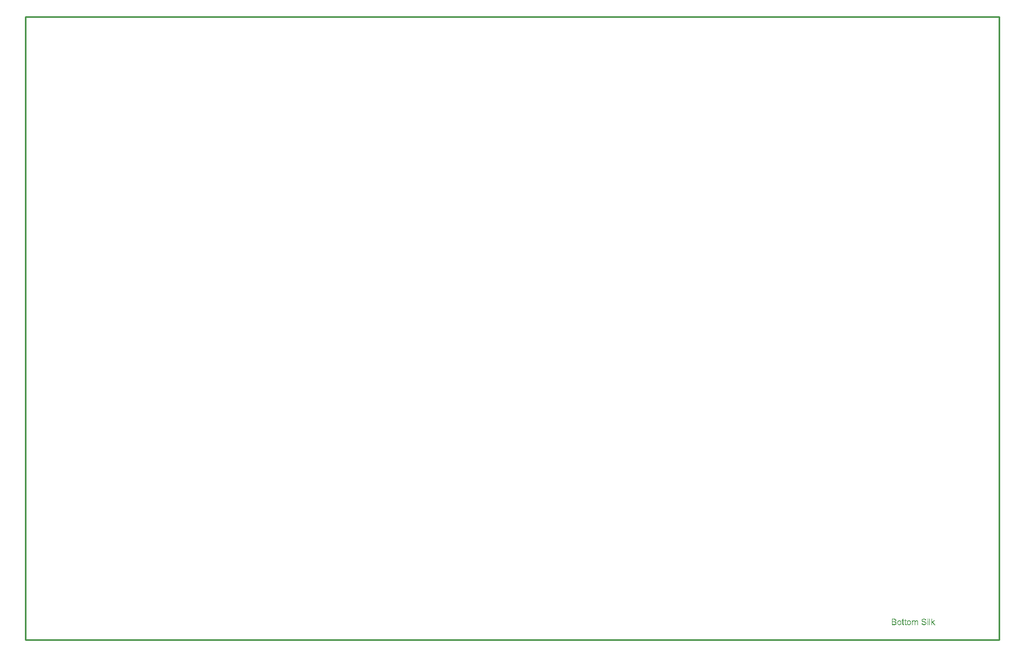
<source format=gbo>
G04*
G04 #@! TF.GenerationSoftware,Altium Limited,Altium Designer,19.1.8 (144)*
G04*
G04 Layer_Color=32896*
%FSLAX25Y25*%
%MOIN*%
G70*
G01*
G75*
%ADD10C,0.01000*%
G36*
X656451Y128294D02*
X655980D01*
Y128834D01*
X656451D01*
Y128294D01*
D02*
G37*
G36*
X653861Y128897D02*
X653897D01*
X653941Y128892D01*
X653988Y128889D01*
X654044Y128884D01*
X654099Y128875D01*
X654160Y128867D01*
X654285Y128842D01*
X654351Y128825D01*
X654415Y128809D01*
X654479Y128787D01*
X654539Y128762D01*
X654542Y128759D01*
X654553Y128756D01*
X654570Y128748D01*
X654592Y128737D01*
X654620Y128723D01*
X654650Y128703D01*
X654686Y128684D01*
X654722Y128659D01*
X654764Y128634D01*
X654803Y128604D01*
X654844Y128570D01*
X654886Y128534D01*
X654927Y128496D01*
X654966Y128451D01*
X655005Y128407D01*
X655038Y128357D01*
X655041Y128355D01*
X655047Y128346D01*
X655055Y128330D01*
X655066Y128310D01*
X655080Y128285D01*
X655096Y128255D01*
X655110Y128221D01*
X655130Y128183D01*
X655146Y128141D01*
X655163Y128094D01*
X655179Y128044D01*
X655193Y127992D01*
X655207Y127936D01*
X655218Y127878D01*
X655224Y127817D01*
X655229Y127756D01*
X654742Y127720D01*
Y127726D01*
X654739Y127737D01*
X654736Y127756D01*
X654731Y127781D01*
X654725Y127809D01*
X654717Y127845D01*
X654706Y127884D01*
X654692Y127925D01*
X654678Y127969D01*
X654659Y128014D01*
X654636Y128058D01*
X654612Y128105D01*
X654584Y128149D01*
X654551Y128191D01*
X654515Y128233D01*
X654476Y128269D01*
X654473Y128271D01*
X654465Y128277D01*
X654454Y128285D01*
X654434Y128299D01*
X654409Y128313D01*
X654382Y128327D01*
X654348Y128343D01*
X654310Y128363D01*
X654265Y128379D01*
X654215Y128396D01*
X654160Y128410D01*
X654102Y128427D01*
X654035Y128438D01*
X653966Y128446D01*
X653891Y128451D01*
X653811Y128454D01*
X653767D01*
X653736Y128451D01*
X653697Y128449D01*
X653656Y128446D01*
X653606Y128440D01*
X653556Y128432D01*
X653445Y128413D01*
X653390Y128399D01*
X653335Y128382D01*
X653282Y128363D01*
X653229Y128341D01*
X653182Y128316D01*
X653141Y128285D01*
X653138Y128282D01*
X653132Y128277D01*
X653121Y128269D01*
X653108Y128255D01*
X653094Y128238D01*
X653074Y128219D01*
X653058Y128197D01*
X653038Y128172D01*
X653019Y128144D01*
X652999Y128111D01*
X652966Y128042D01*
X652952Y128005D01*
X652941Y127964D01*
X652936Y127922D01*
X652933Y127878D01*
Y127875D01*
Y127870D01*
Y127859D01*
X652936Y127845D01*
X652939Y127825D01*
X652941Y127806D01*
X652952Y127759D01*
X652969Y127703D01*
X652994Y127648D01*
X653011Y127618D01*
X653033Y127590D01*
X653055Y127562D01*
X653080Y127537D01*
X653083Y127534D01*
X653088Y127532D01*
X653096Y127524D01*
X653113Y127515D01*
X653132Y127501D01*
X653160Y127488D01*
X653191Y127471D01*
X653229Y127451D01*
X653276Y127432D01*
X653329Y127410D01*
X653393Y127388D01*
X653462Y127363D01*
X653542Y127338D01*
X653631Y127313D01*
X653731Y127288D01*
X653841Y127260D01*
X653844D01*
X653850Y127258D01*
X653858D01*
X653869Y127255D01*
X653883Y127252D01*
X653900Y127246D01*
X653941Y127238D01*
X653991Y127224D01*
X654049Y127210D01*
X654113Y127197D01*
X654179Y127177D01*
X654321Y127141D01*
X654390Y127122D01*
X654459Y127100D01*
X654526Y127080D01*
X654587Y127058D01*
X654642Y127039D01*
X654689Y127019D01*
X654692Y127017D01*
X654703Y127011D01*
X654722Y127003D01*
X654744Y126992D01*
X654772Y126975D01*
X654803Y126958D01*
X654839Y126936D01*
X654878Y126911D01*
X654916Y126886D01*
X654958Y126856D01*
X655041Y126789D01*
X655119Y126712D01*
X655152Y126670D01*
X655185Y126626D01*
X655188Y126623D01*
X655193Y126615D01*
X655199Y126601D01*
X655210Y126584D01*
X655221Y126562D01*
X655235Y126535D01*
X655251Y126504D01*
X655265Y126471D01*
X655279Y126432D01*
X655296Y126391D01*
X655310Y126346D01*
X655321Y126296D01*
X655332Y126247D01*
X655340Y126194D01*
X655343Y126141D01*
X655346Y126083D01*
Y126080D01*
Y126069D01*
Y126053D01*
X655343Y126030D01*
X655340Y126003D01*
X655337Y125972D01*
X655332Y125936D01*
X655324Y125895D01*
X655315Y125853D01*
X655301Y125806D01*
X655287Y125759D01*
X655271Y125709D01*
X655251Y125659D01*
X655227Y125607D01*
X655199Y125557D01*
X655168Y125504D01*
X655166Y125501D01*
X655160Y125493D01*
X655149Y125479D01*
X655135Y125460D01*
X655119Y125438D01*
X655096Y125410D01*
X655071Y125382D01*
X655041Y125352D01*
X655008Y125319D01*
X654969Y125285D01*
X654927Y125249D01*
X654883Y125213D01*
X654836Y125180D01*
X654783Y125147D01*
X654728Y125116D01*
X654667Y125086D01*
X654664Y125083D01*
X654653Y125080D01*
X654634Y125072D01*
X654609Y125064D01*
X654578Y125053D01*
X654542Y125039D01*
X654501Y125025D01*
X654454Y125011D01*
X654401Y124997D01*
X654343Y124983D01*
X654282Y124972D01*
X654218Y124958D01*
X654152Y124950D01*
X654080Y124942D01*
X654005Y124939D01*
X653930Y124936D01*
X653880D01*
X653844Y124939D01*
X653800Y124942D01*
X653747Y124945D01*
X653689Y124950D01*
X653625Y124956D01*
X653559Y124964D01*
X653490Y124972D01*
X653343Y125000D01*
X653268Y125017D01*
X653196Y125036D01*
X653124Y125061D01*
X653058Y125086D01*
X653055Y125089D01*
X653041Y125094D01*
X653024Y125102D01*
X652999Y125114D01*
X652969Y125130D01*
X652936Y125150D01*
X652897Y125174D01*
X652858Y125199D01*
X652814Y125230D01*
X652770Y125263D01*
X652722Y125302D01*
X652678Y125344D01*
X652631Y125388D01*
X652587Y125435D01*
X652545Y125487D01*
X652506Y125543D01*
X652504Y125546D01*
X652498Y125557D01*
X652487Y125573D01*
X652476Y125596D01*
X652459Y125626D01*
X652443Y125659D01*
X652423Y125698D01*
X652407Y125742D01*
X652387Y125792D01*
X652368Y125845D01*
X652351Y125903D01*
X652335Y125961D01*
X652321Y126025D01*
X652310Y126091D01*
X652301Y126161D01*
X652299Y126233D01*
X652778Y126274D01*
Y126271D01*
X652781Y126260D01*
Y126247D01*
X652786Y126227D01*
X652789Y126202D01*
X652794Y126172D01*
X652803Y126141D01*
X652811Y126105D01*
X652831Y126030D01*
X652858Y125950D01*
X652891Y125873D01*
X652933Y125798D01*
X652936Y125795D01*
X652939Y125789D01*
X652947Y125781D01*
X652958Y125767D01*
X652969Y125751D01*
X652986Y125734D01*
X653005Y125715D01*
X653027Y125692D01*
X653052Y125670D01*
X653083Y125645D01*
X653113Y125620D01*
X653149Y125596D01*
X653185Y125571D01*
X653227Y125546D01*
X653271Y125523D01*
X653318Y125501D01*
X653321D01*
X653329Y125496D01*
X653346Y125490D01*
X653365Y125485D01*
X653390Y125476D01*
X653418Y125465D01*
X653454Y125454D01*
X653490Y125446D01*
X653531Y125435D01*
X653578Y125424D01*
X653625Y125416D01*
X653678Y125404D01*
X653789Y125393D01*
X653908Y125388D01*
X653936D01*
X653958Y125391D01*
X653983D01*
X654010Y125393D01*
X654044Y125396D01*
X654080Y125399D01*
X654160Y125410D01*
X654246Y125424D01*
X654332Y125446D01*
X654418Y125474D01*
X654420D01*
X654429Y125476D01*
X654440Y125482D01*
X654454Y125490D01*
X654473Y125499D01*
X654493Y125510D01*
X654542Y125535D01*
X654595Y125568D01*
X654650Y125609D01*
X654703Y125656D01*
X654747Y125709D01*
Y125712D01*
X654753Y125717D01*
X654758Y125726D01*
X654764Y125737D01*
X654772Y125751D01*
X654783Y125767D01*
X654803Y125809D01*
X654822Y125856D01*
X654842Y125911D01*
X654853Y125975D01*
X654858Y126039D01*
Y126041D01*
Y126047D01*
Y126055D01*
X654855Y126069D01*
Y126086D01*
X654853Y126102D01*
X654844Y126147D01*
X654833Y126194D01*
X654814Y126247D01*
X654786Y126299D01*
X654750Y126352D01*
Y126355D01*
X654744Y126357D01*
X654731Y126374D01*
X654703Y126399D01*
X654686Y126416D01*
X654667Y126432D01*
X654645Y126449D01*
X654620Y126468D01*
X654592Y126488D01*
X654559Y126507D01*
X654526Y126526D01*
X654487Y126546D01*
X654448Y126562D01*
X654404Y126582D01*
X654401D01*
X654395Y126584D01*
X654387Y126587D01*
X654371Y126593D01*
X654351Y126598D01*
X654329Y126607D01*
X654299Y126615D01*
X654263Y126626D01*
X654218Y126640D01*
X654171Y126654D01*
X654116Y126667D01*
X654052Y126684D01*
X653983Y126704D01*
X653902Y126723D01*
X653817Y126745D01*
X653722Y126767D01*
X653720D01*
X653717Y126770D01*
X653709D01*
X653700Y126773D01*
X653673Y126781D01*
X653637Y126789D01*
X653595Y126801D01*
X653545Y126814D01*
X653490Y126828D01*
X653434Y126845D01*
X653312Y126881D01*
X653191Y126922D01*
X653132Y126944D01*
X653077Y126967D01*
X653030Y126986D01*
X652986Y127008D01*
X652983Y127011D01*
X652975Y127014D01*
X652961Y127022D01*
X652941Y127033D01*
X652919Y127047D01*
X652891Y127066D01*
X652864Y127086D01*
X652831Y127108D01*
X652764Y127158D01*
X652698Y127219D01*
X652631Y127288D01*
X652603Y127327D01*
X652576Y127366D01*
X652573Y127368D01*
X652570Y127377D01*
X652564Y127388D01*
X652556Y127404D01*
X652545Y127424D01*
X652534Y127446D01*
X652523Y127474D01*
X652509Y127504D01*
X652498Y127540D01*
X652484Y127576D01*
X652465Y127656D01*
X652448Y127745D01*
X652445Y127792D01*
X652443Y127842D01*
Y127845D01*
Y127856D01*
Y127870D01*
X652445Y127892D01*
X652448Y127917D01*
X652451Y127947D01*
X652457Y127980D01*
X652462Y128019D01*
X652473Y128061D01*
X652481Y128102D01*
X652495Y128147D01*
X652512Y128194D01*
X652531Y128241D01*
X652554Y128288D01*
X652578Y128338D01*
X652606Y128385D01*
X652609Y128388D01*
X652614Y128396D01*
X652623Y128410D01*
X652637Y128427D01*
X652653Y128449D01*
X652675Y128471D01*
X652700Y128498D01*
X652728Y128526D01*
X652758Y128557D01*
X652794Y128590D01*
X652833Y128620D01*
X652878Y128654D01*
X652925Y128684D01*
X652975Y128715D01*
X653027Y128742D01*
X653085Y128767D01*
X653088Y128770D01*
X653099Y128773D01*
X653116Y128778D01*
X653141Y128789D01*
X653171Y128798D01*
X653204Y128809D01*
X653246Y128823D01*
X653293Y128834D01*
X653343Y128848D01*
X653396Y128859D01*
X653454Y128870D01*
X653515Y128881D01*
X653581Y128889D01*
X653648Y128895D01*
X653717Y128897D01*
X653789Y128900D01*
X653830D01*
X653861Y128897D01*
D02*
G37*
G36*
X649407Y127837D02*
X649437D01*
X649470Y127831D01*
X649509Y127828D01*
X649553Y127820D01*
X649603Y127812D01*
X649653Y127798D01*
X649703Y127784D01*
X649756Y127764D01*
X649811Y127742D01*
X649861Y127717D01*
X649911Y127684D01*
X649958Y127651D01*
X650002Y127609D01*
X650005Y127607D01*
X650013Y127598D01*
X650024Y127584D01*
X650038Y127565D01*
X650055Y127543D01*
X650074Y127512D01*
X650094Y127476D01*
X650116Y127435D01*
X650135Y127388D01*
X650155Y127338D01*
X650174Y127280D01*
X650191Y127216D01*
X650207Y127147D01*
X650218Y127072D01*
X650224Y126992D01*
X650227Y126906D01*
Y125000D01*
X649756D01*
Y126748D01*
Y126751D01*
Y126762D01*
Y126776D01*
Y126795D01*
Y126817D01*
X649753Y126845D01*
X649750Y126906D01*
X649745Y126972D01*
X649736Y127039D01*
X649725Y127102D01*
X649717Y127130D01*
X649709Y127155D01*
Y127158D01*
X649706Y127161D01*
X649700Y127174D01*
X649689Y127199D01*
X649673Y127227D01*
X649648Y127258D01*
X649620Y127291D01*
X649584Y127324D01*
X649543Y127355D01*
X649537Y127357D01*
X649520Y127366D01*
X649495Y127379D01*
X649462Y127393D01*
X649421Y127407D01*
X649373Y127421D01*
X649318Y127429D01*
X649260Y127432D01*
X649232D01*
X649213Y127429D01*
X649188Y127427D01*
X649157Y127421D01*
X649124Y127415D01*
X649091Y127407D01*
X649052Y127396D01*
X649013Y127385D01*
X648975Y127368D01*
X648933Y127349D01*
X648891Y127327D01*
X648853Y127299D01*
X648814Y127271D01*
X648775Y127235D01*
X648772Y127233D01*
X648767Y127227D01*
X648759Y127216D01*
X648745Y127199D01*
X648731Y127177D01*
X648714Y127152D01*
X648698Y127122D01*
X648678Y127086D01*
X648662Y127044D01*
X648642Y126997D01*
X648626Y126947D01*
X648612Y126892D01*
X648598Y126828D01*
X648590Y126762D01*
X648584Y126690D01*
X648581Y126612D01*
Y125000D01*
X648110D01*
Y126803D01*
Y126806D01*
Y126817D01*
Y126834D01*
X648108Y126856D01*
Y126881D01*
X648105Y126911D01*
X648102Y126944D01*
X648097Y126980D01*
X648083Y127055D01*
X648061Y127133D01*
X648033Y127208D01*
X648013Y127244D01*
X647994Y127274D01*
Y127277D01*
X647989Y127280D01*
X647983Y127288D01*
X647972Y127299D01*
X647961Y127310D01*
X647944Y127324D01*
X647925Y127338D01*
X647905Y127355D01*
X647881Y127368D01*
X647853Y127382D01*
X647822Y127396D01*
X647786Y127407D01*
X647750Y127418D01*
X647709Y127427D01*
X647664Y127429D01*
X647617Y127432D01*
X647598D01*
X647584Y127429D01*
X647568D01*
X647545Y127427D01*
X647498Y127418D01*
X647443Y127407D01*
X647379Y127388D01*
X647315Y127363D01*
X647252Y127327D01*
X647249D01*
X647243Y127321D01*
X647235Y127316D01*
X647224Y127307D01*
X647193Y127283D01*
X647157Y127249D01*
X647116Y127205D01*
X647077Y127152D01*
X647038Y127091D01*
X647005Y127019D01*
Y127017D01*
X647002Y127011D01*
X647000Y126997D01*
X646994Y126983D01*
X646988Y126961D01*
X646980Y126936D01*
X646975Y126906D01*
X646969Y126873D01*
X646961Y126834D01*
X646955Y126789D01*
X646947Y126742D01*
X646941Y126690D01*
X646939Y126634D01*
X646933Y126573D01*
X646930Y126510D01*
Y126440D01*
Y125000D01*
X646459D01*
Y127778D01*
X646880D01*
Y127385D01*
X646883Y127388D01*
X646886Y127393D01*
X646894Y127404D01*
X646905Y127418D01*
X646916Y127438D01*
X646933Y127457D01*
X646972Y127504D01*
X647022Y127557D01*
X647083Y127609D01*
X647149Y127665D01*
X647227Y127715D01*
X647229Y127717D01*
X647238Y127720D01*
X647249Y127726D01*
X647265Y127734D01*
X647285Y127742D01*
X647310Y127753D01*
X647340Y127764D01*
X647371Y127778D01*
X647407Y127789D01*
X647443Y127801D01*
X647484Y127812D01*
X647529Y127820D01*
X647623Y127834D01*
X647673Y127839D01*
X647753D01*
X647775Y127837D01*
X647800D01*
X647831Y127834D01*
X647867Y127828D01*
X647903Y127823D01*
X647983Y127809D01*
X648066Y127784D01*
X648152Y127753D01*
X648191Y127731D01*
X648230Y127709D01*
X648232Y127706D01*
X648238Y127703D01*
X648249Y127695D01*
X648263Y127687D01*
X648277Y127673D01*
X648296Y127656D01*
X648338Y127618D01*
X648385Y127565D01*
X648429Y127504D01*
X648470Y127432D01*
X648506Y127352D01*
Y127355D01*
X648509Y127357D01*
X648523Y127374D01*
X648540Y127396D01*
X648567Y127429D01*
X648601Y127465D01*
X648639Y127507D01*
X648687Y127551D01*
X648739Y127595D01*
X648797Y127640D01*
X648864Y127684D01*
X648933Y127726D01*
X649011Y127764D01*
X649091Y127795D01*
X649180Y127817D01*
X649271Y127834D01*
X649318Y127839D01*
X649387D01*
X649407Y127837D01*
D02*
G37*
G36*
X658827Y126645D02*
X659941Y127778D01*
X660550D01*
X659489Y126745D01*
X660659Y125000D01*
X660077D01*
X659157Y126421D01*
X658827Y126100D01*
Y125000D01*
X658357D01*
Y128834D01*
X658827D01*
Y126645D01*
D02*
G37*
G36*
X657628Y125000D02*
X657157D01*
Y128834D01*
X657628D01*
Y125000D01*
D02*
G37*
G36*
X656451D02*
X655980D01*
Y127778D01*
X656451D01*
Y125000D01*
D02*
G37*
G36*
X635507Y128831D02*
X635546D01*
X635587Y128828D01*
X635637Y128823D01*
X635687Y128820D01*
X635742Y128812D01*
X635801Y128806D01*
X635917Y128784D01*
X636033Y128753D01*
X636089Y128737D01*
X636138Y128715D01*
X636141D01*
X636150Y128709D01*
X636163Y128703D01*
X636183Y128692D01*
X636205Y128681D01*
X636230Y128665D01*
X636260Y128648D01*
X636291Y128626D01*
X636324Y128604D01*
X636357Y128576D01*
X636390Y128548D01*
X636426Y128515D01*
X636460Y128479D01*
X636493Y128443D01*
X636523Y128402D01*
X636554Y128357D01*
X636557Y128355D01*
X636559Y128346D01*
X636568Y128332D01*
X636579Y128316D01*
X636590Y128294D01*
X636601Y128266D01*
X636615Y128238D01*
X636631Y128205D01*
X636645Y128166D01*
X636659Y128127D01*
X636681Y128042D01*
X636701Y127947D01*
X636703Y127900D01*
X636706Y127850D01*
Y127848D01*
Y127839D01*
Y127825D01*
X636703Y127809D01*
Y127787D01*
X636698Y127762D01*
X636695Y127731D01*
X636690Y127701D01*
X636673Y127629D01*
X636648Y127551D01*
X636634Y127510D01*
X636615Y127471D01*
X636595Y127429D01*
X636571Y127388D01*
X636568Y127385D01*
X636565Y127379D01*
X636557Y127368D01*
X636546Y127352D01*
X636532Y127332D01*
X636515Y127313D01*
X636493Y127288D01*
X636471Y127263D01*
X636443Y127235D01*
X636415Y127208D01*
X636382Y127180D01*
X636346Y127149D01*
X636305Y127119D01*
X636263Y127091D01*
X636219Y127064D01*
X636169Y127039D01*
X636172D01*
X636186Y127033D01*
X636202Y127028D01*
X636227Y127019D01*
X636255Y127008D01*
X636288Y126994D01*
X636327Y126978D01*
X636366Y126956D01*
X636410Y126934D01*
X636454Y126909D01*
X636498Y126881D01*
X636543Y126848D01*
X636584Y126814D01*
X636629Y126776D01*
X636667Y126734D01*
X636703Y126690D01*
X636706Y126687D01*
X636712Y126679D01*
X636720Y126665D01*
X636734Y126645D01*
X636748Y126623D01*
X636764Y126595D01*
X636781Y126562D01*
X636798Y126526D01*
X636814Y126485D01*
X636834Y126440D01*
X636848Y126393D01*
X636861Y126341D01*
X636875Y126288D01*
X636884Y126230D01*
X636889Y126172D01*
X636892Y126111D01*
Y126108D01*
Y126100D01*
Y126083D01*
X636889Y126064D01*
Y126041D01*
X636886Y126014D01*
X636884Y125981D01*
X636878Y125947D01*
X636864Y125870D01*
X636842Y125784D01*
X636814Y125695D01*
X636775Y125607D01*
Y125604D01*
X636770Y125596D01*
X636764Y125584D01*
X636756Y125568D01*
X636745Y125549D01*
X636731Y125526D01*
X636698Y125476D01*
X636656Y125418D01*
X636609Y125360D01*
X636557Y125302D01*
X636496Y125252D01*
X636493D01*
X636487Y125247D01*
X636479Y125241D01*
X636465Y125233D01*
X636449Y125222D01*
X636429Y125210D01*
X636407Y125197D01*
X636382Y125183D01*
X636352Y125166D01*
X636321Y125152D01*
X636249Y125119D01*
X636169Y125091D01*
X636077Y125064D01*
X636075D01*
X636066Y125061D01*
X636053Y125058D01*
X636033Y125053D01*
X636008Y125050D01*
X635978Y125044D01*
X635945Y125039D01*
X635906Y125033D01*
X635864Y125025D01*
X635817Y125019D01*
X635765Y125014D01*
X635712Y125011D01*
X635654Y125005D01*
X635593Y125003D01*
X635526Y125000D01*
X634000D01*
Y128834D01*
X635476D01*
X635507Y128831D01*
D02*
G37*
G36*
X642554Y127778D02*
X643022D01*
Y127413D01*
X642554D01*
Y125787D01*
Y125784D01*
Y125778D01*
Y125767D01*
Y125753D01*
Y125720D01*
X642556Y125679D01*
X642559Y125637D01*
X642562Y125593D01*
X642568Y125557D01*
X642573Y125543D01*
X642576Y125529D01*
Y125526D01*
X642582Y125521D01*
X642587Y125510D01*
X642595Y125496D01*
X642620Y125465D01*
X642637Y125452D01*
X642656Y125438D01*
X642659D01*
X642667Y125432D01*
X642678Y125427D01*
X642698Y125421D01*
X642720Y125416D01*
X642748Y125410D01*
X642781Y125407D01*
X642817Y125404D01*
X642847D01*
X642872Y125407D01*
X642900D01*
X642936Y125413D01*
X642978Y125416D01*
X643022Y125421D01*
X643091Y125005D01*
X643088D01*
X643083Y125003D01*
X643072D01*
X643058Y125000D01*
X643041Y124997D01*
X643019Y124992D01*
X642972Y124986D01*
X642917Y124978D01*
X642856Y124969D01*
X642795Y124967D01*
X642734Y124964D01*
X642692D01*
X642670Y124967D01*
X642645Y124969D01*
X642590Y124975D01*
X642526Y124983D01*
X642460Y124997D01*
X642396Y125017D01*
X642338Y125044D01*
X642335D01*
X642332Y125047D01*
X642315Y125058D01*
X642291Y125078D01*
X642260Y125100D01*
X642227Y125130D01*
X642194Y125166D01*
X642163Y125208D01*
X642138Y125255D01*
Y125258D01*
X642135Y125260D01*
X642133Y125269D01*
X642130Y125283D01*
X642124Y125299D01*
X642122Y125319D01*
X642116Y125344D01*
X642111Y125374D01*
X642105Y125410D01*
X642100Y125449D01*
X642097Y125496D01*
X642091Y125546D01*
X642088Y125604D01*
X642086Y125665D01*
X642083Y125737D01*
Y125812D01*
Y127413D01*
X641734D01*
Y127778D01*
X642083D01*
Y128465D01*
X642554Y128748D01*
Y127778D01*
D02*
G37*
G36*
X641066D02*
X641534D01*
Y127413D01*
X641066D01*
Y125787D01*
Y125784D01*
Y125778D01*
Y125767D01*
Y125753D01*
Y125720D01*
X641069Y125679D01*
X641072Y125637D01*
X641075Y125593D01*
X641080Y125557D01*
X641086Y125543D01*
X641088Y125529D01*
Y125526D01*
X641094Y125521D01*
X641100Y125510D01*
X641108Y125496D01*
X641133Y125465D01*
X641149Y125452D01*
X641169Y125438D01*
X641172D01*
X641180Y125432D01*
X641191Y125427D01*
X641210Y125421D01*
X641232Y125416D01*
X641260Y125410D01*
X641293Y125407D01*
X641329Y125404D01*
X641360D01*
X641385Y125407D01*
X641412D01*
X641448Y125413D01*
X641490Y125416D01*
X641534Y125421D01*
X641604Y125005D01*
X641601D01*
X641595Y125003D01*
X641584D01*
X641570Y125000D01*
X641554Y124997D01*
X641532Y124992D01*
X641484Y124986D01*
X641429Y124978D01*
X641368Y124969D01*
X641307Y124967D01*
X641246Y124964D01*
X641205D01*
X641183Y124967D01*
X641158Y124969D01*
X641102Y124975D01*
X641039Y124983D01*
X640972Y124997D01*
X640908Y125017D01*
X640850Y125044D01*
X640847D01*
X640845Y125047D01*
X640828Y125058D01*
X640803Y125078D01*
X640773Y125100D01*
X640739Y125130D01*
X640706Y125166D01*
X640676Y125208D01*
X640651Y125255D01*
Y125258D01*
X640648Y125260D01*
X640645Y125269D01*
X640642Y125283D01*
X640637Y125299D01*
X640634Y125319D01*
X640629Y125344D01*
X640623Y125374D01*
X640618Y125410D01*
X640612Y125449D01*
X640609Y125496D01*
X640604Y125546D01*
X640601Y125604D01*
X640598Y125665D01*
X640595Y125737D01*
Y125812D01*
Y127413D01*
X640246D01*
Y127778D01*
X640595D01*
Y128465D01*
X641066Y128748D01*
Y127778D01*
D02*
G37*
G36*
X644662Y127837D02*
X644700Y127834D01*
X644750Y127828D01*
X644806Y127820D01*
X644870Y127809D01*
X644939Y127792D01*
X645011Y127773D01*
X645088Y127748D01*
X645166Y127717D01*
X645243Y127681D01*
X645321Y127637D01*
X645399Y127587D01*
X645473Y127529D01*
X645543Y127462D01*
X645548Y127457D01*
X645559Y127446D01*
X645576Y127424D01*
X645601Y127393D01*
X645628Y127355D01*
X645659Y127310D01*
X645692Y127255D01*
X645725Y127194D01*
X645759Y127122D01*
X645792Y127044D01*
X645822Y126961D01*
X645850Y126867D01*
X645875Y126767D01*
X645892Y126662D01*
X645905Y126548D01*
X645908Y126426D01*
Y126424D01*
Y126421D01*
Y126413D01*
Y126404D01*
Y126374D01*
X645905Y126338D01*
X645903Y126294D01*
X645900Y126241D01*
X645894Y126183D01*
X645889Y126122D01*
X645881Y126055D01*
X645869Y125986D01*
X645856Y125917D01*
X645839Y125845D01*
X645820Y125776D01*
X645800Y125709D01*
X645773Y125645D01*
X645745Y125584D01*
X645742Y125582D01*
X645737Y125571D01*
X645728Y125554D01*
X645714Y125535D01*
X645698Y125507D01*
X645678Y125479D01*
X645653Y125446D01*
X645626Y125410D01*
X645595Y125371D01*
X645559Y125332D01*
X645520Y125294D01*
X645479Y125255D01*
X645435Y125216D01*
X645385Y125177D01*
X645332Y125141D01*
X645277Y125108D01*
X645274Y125105D01*
X645263Y125100D01*
X645246Y125091D01*
X645224Y125083D01*
X645194Y125069D01*
X645160Y125055D01*
X645122Y125039D01*
X645080Y125025D01*
X645030Y125008D01*
X644980Y124992D01*
X644925Y124978D01*
X644867Y124967D01*
X644803Y124956D01*
X644739Y124947D01*
X644676Y124942D01*
X644606Y124939D01*
X644581D01*
X644568Y124942D01*
X644551D01*
X644509Y124945D01*
X644459Y124950D01*
X644404Y124958D01*
X644340Y124969D01*
X644271Y124986D01*
X644196Y125005D01*
X644122Y125031D01*
X644041Y125061D01*
X643964Y125097D01*
X643886Y125138D01*
X643809Y125188D01*
X643734Y125244D01*
X643665Y125310D01*
X643662Y125316D01*
X643648Y125327D01*
X643631Y125349D01*
X643609Y125380D01*
X643581Y125418D01*
X643551Y125465D01*
X643520Y125521D01*
X643487Y125584D01*
X643454Y125656D01*
X643421Y125737D01*
X643390Y125826D01*
X643363Y125922D01*
X643340Y126028D01*
X643324Y126138D01*
X643310Y126260D01*
X643307Y126388D01*
Y126391D01*
Y126396D01*
Y126407D01*
Y126421D01*
X643310Y126440D01*
Y126463D01*
X643313Y126488D01*
Y126515D01*
X643316Y126546D01*
X643321Y126579D01*
X643329Y126651D01*
X643343Y126731D01*
X643360Y126820D01*
X643382Y126911D01*
X643412Y127006D01*
X643446Y127100D01*
X643487Y127194D01*
X643537Y127285D01*
X643593Y127374D01*
X643659Y127454D01*
X643734Y127529D01*
X643739Y127532D01*
X643750Y127543D01*
X643770Y127557D01*
X643797Y127579D01*
X643833Y127601D01*
X643875Y127626D01*
X643922Y127656D01*
X643977Y127684D01*
X644038Y127712D01*
X644105Y127742D01*
X644177Y127767D01*
X644254Y127792D01*
X644335Y127812D01*
X644421Y127825D01*
X644512Y127837D01*
X644606Y127839D01*
X644645D01*
X644662Y127837D01*
D02*
G37*
G36*
X638709D02*
X638748Y127834D01*
X638798Y127828D01*
X638853Y127820D01*
X638917Y127809D01*
X638986Y127792D01*
X639058Y127773D01*
X639136Y127748D01*
X639213Y127717D01*
X639291Y127681D01*
X639368Y127637D01*
X639446Y127587D01*
X639521Y127529D01*
X639590Y127462D01*
X639595Y127457D01*
X639607Y127446D01*
X639623Y127424D01*
X639648Y127393D01*
X639676Y127355D01*
X639706Y127310D01*
X639739Y127255D01*
X639773Y127194D01*
X639806Y127122D01*
X639839Y127044D01*
X639870Y126961D01*
X639897Y126867D01*
X639922Y126767D01*
X639939Y126662D01*
X639953Y126548D01*
X639956Y126426D01*
Y126424D01*
Y126421D01*
Y126413D01*
Y126404D01*
Y126374D01*
X639953Y126338D01*
X639950Y126294D01*
X639947Y126241D01*
X639942Y126183D01*
X639936Y126122D01*
X639928Y126055D01*
X639917Y125986D01*
X639903Y125917D01*
X639886Y125845D01*
X639867Y125776D01*
X639848Y125709D01*
X639820Y125645D01*
X639792Y125584D01*
X639789Y125582D01*
X639784Y125571D01*
X639776Y125554D01*
X639762Y125535D01*
X639745Y125507D01*
X639726Y125479D01*
X639701Y125446D01*
X639673Y125410D01*
X639642Y125371D01*
X639607Y125332D01*
X639568Y125294D01*
X639526Y125255D01*
X639482Y125216D01*
X639432Y125177D01*
X639379Y125141D01*
X639324Y125108D01*
X639321Y125105D01*
X639310Y125100D01*
X639293Y125091D01*
X639271Y125083D01*
X639241Y125069D01*
X639208Y125055D01*
X639169Y125039D01*
X639127Y125025D01*
X639077Y125008D01*
X639028Y124992D01*
X638972Y124978D01*
X638914Y124967D01*
X638850Y124956D01*
X638787Y124947D01*
X638723Y124942D01*
X638654Y124939D01*
X638629D01*
X638615Y124942D01*
X638598D01*
X638557Y124945D01*
X638507Y124950D01*
X638451Y124958D01*
X638388Y124969D01*
X638318Y124986D01*
X638244Y125005D01*
X638169Y125031D01*
X638089Y125061D01*
X638011Y125097D01*
X637933Y125138D01*
X637856Y125188D01*
X637781Y125244D01*
X637712Y125310D01*
X637709Y125316D01*
X637695Y125327D01*
X637679Y125349D01*
X637656Y125380D01*
X637629Y125418D01*
X637598Y125465D01*
X637568Y125521D01*
X637535Y125584D01*
X637501Y125656D01*
X637468Y125737D01*
X637438Y125826D01*
X637410Y125922D01*
X637388Y126028D01*
X637371Y126138D01*
X637357Y126260D01*
X637355Y126388D01*
Y126391D01*
Y126396D01*
Y126407D01*
Y126421D01*
X637357Y126440D01*
Y126463D01*
X637360Y126488D01*
Y126515D01*
X637363Y126546D01*
X637368Y126579D01*
X637377Y126651D01*
X637391Y126731D01*
X637407Y126820D01*
X637429Y126911D01*
X637460Y127006D01*
X637493Y127100D01*
X637535Y127194D01*
X637584Y127285D01*
X637640Y127374D01*
X637706Y127454D01*
X637781Y127529D01*
X637787Y127532D01*
X637798Y127543D01*
X637817Y127557D01*
X637845Y127579D01*
X637881Y127601D01*
X637922Y127626D01*
X637969Y127656D01*
X638025Y127684D01*
X638086Y127712D01*
X638152Y127742D01*
X638224Y127767D01*
X638302Y127792D01*
X638382Y127812D01*
X638468Y127825D01*
X638559Y127837D01*
X638654Y127839D01*
X638692D01*
X638709Y127837D01*
D02*
G37*
%LPC*%
G36*
X635346Y128382D02*
X634507D01*
Y127222D01*
X635388D01*
X635416Y127224D01*
X635482D01*
X635521Y127227D01*
X635598Y127233D01*
X635679Y127241D01*
X635717Y127246D01*
X635753Y127252D01*
X635787Y127258D01*
X635817Y127266D01*
X635820D01*
X635825Y127269D01*
X635837Y127271D01*
X635850Y127277D01*
X635864Y127283D01*
X635884Y127291D01*
X635925Y127310D01*
X635972Y127335D01*
X636022Y127368D01*
X636066Y127407D01*
X636108Y127454D01*
Y127457D01*
X636114Y127460D01*
X636116Y127468D01*
X636125Y127479D01*
X636130Y127493D01*
X636138Y127507D01*
X636158Y127548D01*
X636177Y127595D01*
X636191Y127654D01*
X636202Y127720D01*
X636208Y127792D01*
Y127795D01*
Y127801D01*
Y127812D01*
Y127825D01*
X636205Y127842D01*
X636202Y127861D01*
X636197Y127906D01*
X636186Y127958D01*
X636169Y128014D01*
X636144Y128072D01*
X636114Y128127D01*
Y128130D01*
X636108Y128133D01*
X636097Y128152D01*
X636075Y128177D01*
X636047Y128208D01*
X636011Y128241D01*
X635964Y128274D01*
X635914Y128302D01*
X635853Y128327D01*
X635850D01*
X635845Y128330D01*
X635834Y128332D01*
X635820Y128335D01*
X635801Y128341D01*
X635778Y128343D01*
X635751Y128349D01*
X635717Y128355D01*
X635679Y128360D01*
X635637Y128366D01*
X635590Y128368D01*
X635537Y128374D01*
X635479Y128377D01*
X635416Y128379D01*
X635346Y128382D01*
D02*
G37*
G36*
X635457Y126770D02*
X634507D01*
Y125452D01*
X635543D01*
X635596Y125454D01*
X635654D01*
X635709Y125460D01*
X635762Y125463D01*
X635787Y125465D01*
X635806Y125468D01*
X635809D01*
X635814Y125471D01*
X635823D01*
X635837Y125474D01*
X635867Y125482D01*
X635909Y125493D01*
X635953Y125507D01*
X636003Y125523D01*
X636050Y125546D01*
X636097Y125571D01*
X636100D01*
X636102Y125573D01*
X636116Y125584D01*
X636138Y125601D01*
X636166Y125626D01*
X636197Y125656D01*
X636230Y125692D01*
X636260Y125734D01*
X636291Y125784D01*
Y125787D01*
X636294Y125789D01*
X636299Y125798D01*
X636302Y125809D01*
X636316Y125839D01*
X636330Y125878D01*
X636343Y125925D01*
X636357Y125981D01*
X636366Y126044D01*
X636368Y126111D01*
Y126113D01*
Y126119D01*
Y126133D01*
X636366Y126147D01*
Y126166D01*
X636363Y126186D01*
X636354Y126238D01*
X636341Y126296D01*
X636321Y126357D01*
X636294Y126421D01*
X636258Y126482D01*
Y126485D01*
X636252Y126490D01*
X636246Y126496D01*
X636238Y126507D01*
X636213Y126535D01*
X636177Y126568D01*
X636133Y126607D01*
X636080Y126643D01*
X636019Y126676D01*
X635950Y126704D01*
X635947D01*
X635942Y126706D01*
X635931Y126709D01*
X635914Y126715D01*
X635895Y126720D01*
X635870Y126726D01*
X635842Y126731D01*
X635809Y126737D01*
X635770Y126742D01*
X635729Y126748D01*
X635681Y126753D01*
X635632Y126759D01*
X635579Y126765D01*
X635521Y126767D01*
X635457Y126770D01*
D02*
G37*
G36*
X644606Y127449D02*
X644590D01*
X644573Y127446D01*
X644548D01*
X644518Y127440D01*
X644482Y127435D01*
X644443Y127427D01*
X644401Y127415D01*
X644357Y127402D01*
X644310Y127385D01*
X644260Y127363D01*
X644210Y127338D01*
X644163Y127307D01*
X644113Y127271D01*
X644066Y127230D01*
X644022Y127183D01*
X644019Y127180D01*
X644011Y127172D01*
X644000Y127155D01*
X643986Y127133D01*
X643969Y127105D01*
X643950Y127072D01*
X643928Y127030D01*
X643908Y126986D01*
X643886Y126931D01*
X643864Y126873D01*
X643845Y126809D01*
X643828Y126737D01*
X643814Y126659D01*
X643803Y126573D01*
X643795Y126485D01*
X643792Y126388D01*
Y126385D01*
Y126382D01*
Y126374D01*
Y126366D01*
X643795Y126338D01*
Y126302D01*
X643800Y126258D01*
X643803Y126205D01*
X643811Y126149D01*
X643820Y126089D01*
X643833Y126025D01*
X643847Y125958D01*
X643867Y125892D01*
X643889Y125828D01*
X643917Y125762D01*
X643947Y125701D01*
X643980Y125643D01*
X644022Y125590D01*
X644025Y125587D01*
X644033Y125579D01*
X644047Y125565D01*
X644063Y125549D01*
X644086Y125529D01*
X644113Y125507D01*
X644146Y125482D01*
X644182Y125460D01*
X644221Y125435D01*
X644266Y125410D01*
X644315Y125388D01*
X644365Y125368D01*
X644421Y125352D01*
X644482Y125338D01*
X644543Y125330D01*
X644606Y125327D01*
X644623D01*
X644640Y125330D01*
X644664Y125332D01*
X644695Y125335D01*
X644731Y125341D01*
X644770Y125349D01*
X644811Y125360D01*
X644856Y125374D01*
X644903Y125391D01*
X644953Y125413D01*
X645002Y125440D01*
X645049Y125471D01*
X645099Y125504D01*
X645147Y125546D01*
X645191Y125593D01*
X645194Y125596D01*
X645202Y125607D01*
X645213Y125620D01*
X645227Y125643D01*
X645246Y125670D01*
X645266Y125706D01*
X645285Y125748D01*
X645307Y125795D01*
X645329Y125848D01*
X645349Y125909D01*
X645371Y125975D01*
X645388Y126047D01*
X645401Y126127D01*
X645412Y126213D01*
X645421Y126305D01*
X645424Y126404D01*
Y126407D01*
Y126410D01*
Y126426D01*
X645421Y126454D01*
Y126488D01*
X645415Y126532D01*
X645412Y126582D01*
X645404Y126634D01*
X645393Y126695D01*
X645382Y126756D01*
X645365Y126820D01*
X645346Y126884D01*
X645324Y126950D01*
X645296Y127011D01*
X645266Y127072D01*
X645230Y127130D01*
X645188Y127183D01*
X645185Y127185D01*
X645177Y127194D01*
X645163Y127208D01*
X645147Y127224D01*
X645124Y127244D01*
X645097Y127266D01*
X645063Y127291D01*
X645027Y127316D01*
X644989Y127341D01*
X644944Y127366D01*
X644897Y127388D01*
X644844Y127407D01*
X644789Y127424D01*
X644731Y127438D01*
X644670Y127446D01*
X644606Y127449D01*
D02*
G37*
G36*
X638654D02*
X638637D01*
X638620Y127446D01*
X638595D01*
X638565Y127440D01*
X638529Y127435D01*
X638490Y127427D01*
X638449Y127415D01*
X638404Y127402D01*
X638357Y127385D01*
X638307Y127363D01*
X638258Y127338D01*
X638210Y127307D01*
X638161Y127271D01*
X638113Y127230D01*
X638069Y127183D01*
X638066Y127180D01*
X638058Y127172D01*
X638047Y127155D01*
X638033Y127133D01*
X638017Y127105D01*
X637997Y127072D01*
X637975Y127030D01*
X637956Y126986D01*
X637933Y126931D01*
X637911Y126873D01*
X637892Y126809D01*
X637875Y126737D01*
X637861Y126659D01*
X637850Y126573D01*
X637842Y126485D01*
X637839Y126388D01*
Y126385D01*
Y126382D01*
Y126374D01*
Y126366D01*
X637842Y126338D01*
Y126302D01*
X637848Y126258D01*
X637850Y126205D01*
X637859Y126149D01*
X637867Y126089D01*
X637881Y126025D01*
X637895Y125958D01*
X637914Y125892D01*
X637936Y125828D01*
X637964Y125762D01*
X637994Y125701D01*
X638028Y125643D01*
X638069Y125590D01*
X638072Y125587D01*
X638080Y125579D01*
X638094Y125565D01*
X638111Y125549D01*
X638133Y125529D01*
X638161Y125507D01*
X638194Y125482D01*
X638230Y125460D01*
X638269Y125435D01*
X638313Y125410D01*
X638363Y125388D01*
X638413Y125368D01*
X638468Y125352D01*
X638529Y125338D01*
X638590Y125330D01*
X638654Y125327D01*
X638670D01*
X638687Y125330D01*
X638712Y125332D01*
X638742Y125335D01*
X638778Y125341D01*
X638817Y125349D01*
X638859Y125360D01*
X638903Y125374D01*
X638950Y125391D01*
X639000Y125413D01*
X639050Y125440D01*
X639097Y125471D01*
X639147Y125504D01*
X639194Y125546D01*
X639238Y125593D01*
X639241Y125596D01*
X639249Y125607D01*
X639260Y125620D01*
X639274Y125643D01*
X639293Y125670D01*
X639313Y125706D01*
X639332Y125748D01*
X639354Y125795D01*
X639377Y125848D01*
X639396Y125909D01*
X639418Y125975D01*
X639435Y126047D01*
X639449Y126127D01*
X639460Y126213D01*
X639468Y126305D01*
X639471Y126404D01*
Y126407D01*
Y126410D01*
Y126426D01*
X639468Y126454D01*
Y126488D01*
X639462Y126532D01*
X639460Y126582D01*
X639451Y126634D01*
X639440Y126695D01*
X639429Y126756D01*
X639413Y126820D01*
X639393Y126884D01*
X639371Y126950D01*
X639343Y127011D01*
X639313Y127072D01*
X639277Y127130D01*
X639235Y127183D01*
X639232Y127185D01*
X639224Y127194D01*
X639210Y127208D01*
X639194Y127224D01*
X639172Y127244D01*
X639144Y127266D01*
X639111Y127291D01*
X639075Y127316D01*
X639036Y127341D01*
X638991Y127366D01*
X638944Y127388D01*
X638892Y127407D01*
X638836Y127424D01*
X638778Y127438D01*
X638717Y127446D01*
X638654Y127449D01*
D02*
G37*
%LPD*%
D10*
X100000Y500000D02*
X700000D01*
X100000Y116000D02*
X700000D01*
Y500000D01*
X100000Y116000D02*
Y500000D01*
M02*

</source>
